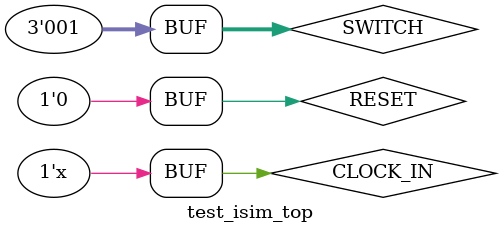
<source format=v>
`timescale 1ns / 1ps


module test_isim_top;

	// Inputs
	reg CLOCK_IN;
	reg RESET;
	reg [2:0] SWITCH;

	// Outputs
	wire [3:0] LED;

	// Instantiate the Unit Under Test (UUT)
	Top uut (
		.CLOCK_IN(CLOCK_IN), 
		.RESET(RESET), 
		.SW(SWITCH), 
		.LED(LED)
	);
	always #10 CLOCK_IN = ~CLOCK_IN;
	initial begin
		// Initialize Inputs
		CLOCK_IN = 0;
		RESET = 1;
		SWITCH = 2'b001;

		// Wait 100 ns for global reset to finish
		#120;
        
		// Add stimulus here
	RESET = 0;
	end
      
endmodule


</source>
